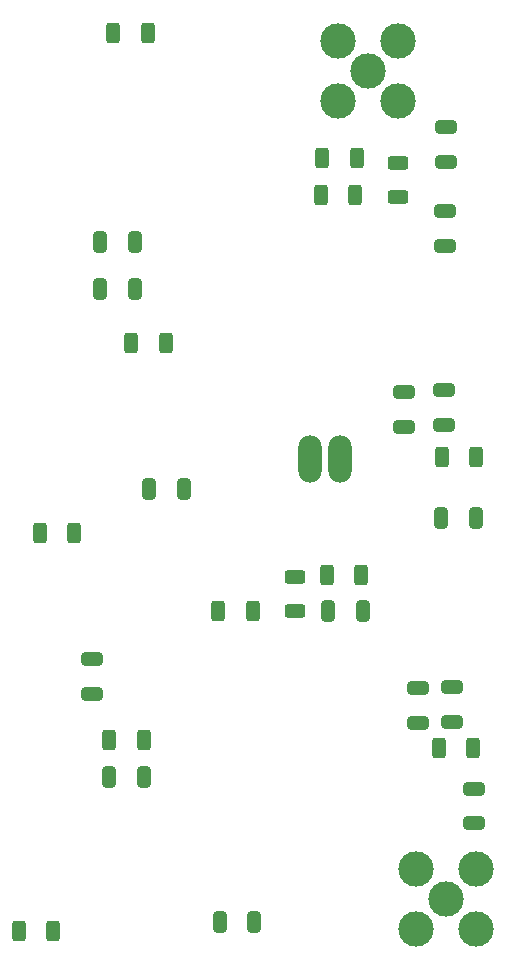
<source format=gbr>
%TF.GenerationSoftware,KiCad,Pcbnew,(6.0.7)*%
%TF.CreationDate,2023-01-23T16:12:41-05:00*%
%TF.ProjectId,Phoenix612_Stage_2_PA_Testing_v2.kicad_pro,50686f65-6e69-4783-9631-325f53746167,rev?*%
%TF.SameCoordinates,Original*%
%TF.FileFunction,Paste,Top*%
%TF.FilePolarity,Positive*%
%FSLAX46Y46*%
G04 Gerber Fmt 4.6, Leading zero omitted, Abs format (unit mm)*
G04 Created by KiCad (PCBNEW (6.0.7)) date 2023-01-23 16:12:41*
%MOMM*%
%LPD*%
G01*
G04 APERTURE LIST*
G04 Aperture macros list*
%AMRoundRect*
0 Rectangle with rounded corners*
0 $1 Rounding radius*
0 $2 $3 $4 $5 $6 $7 $8 $9 X,Y pos of 4 corners*
0 Add a 4 corners polygon primitive as box body*
4,1,4,$2,$3,$4,$5,$6,$7,$8,$9,$2,$3,0*
0 Add four circle primitives for the rounded corners*
1,1,$1+$1,$2,$3*
1,1,$1+$1,$4,$5*
1,1,$1+$1,$6,$7*
1,1,$1+$1,$8,$9*
0 Add four rect primitives between the rounded corners*
20,1,$1+$1,$2,$3,$4,$5,0*
20,1,$1+$1,$4,$5,$6,$7,0*
20,1,$1+$1,$6,$7,$8,$9,0*
20,1,$1+$1,$8,$9,$2,$3,0*%
G04 Aperture macros list end*
%ADD10RoundRect,0.250000X-0.312500X-0.625000X0.312500X-0.625000X0.312500X0.625000X-0.312500X0.625000X0*%
%ADD11RoundRect,0.250000X0.625000X-0.312500X0.625000X0.312500X-0.625000X0.312500X-0.625000X-0.312500X0*%
%ADD12RoundRect,0.250000X0.312500X0.625000X-0.312500X0.625000X-0.312500X-0.625000X0.312500X-0.625000X0*%
%ADD13O,2.000000X4.000000*%
%ADD14C,3.000000*%
%ADD15RoundRect,0.250000X-0.325000X-0.650000X0.325000X-0.650000X0.325000X0.650000X-0.325000X0.650000X0*%
%ADD16RoundRect,0.250000X-0.650000X0.325000X-0.650000X-0.325000X0.650000X-0.325000X0.650000X0.325000X0*%
%ADD17RoundRect,0.250000X0.650000X-0.325000X0.650000X0.325000X-0.650000X0.325000X-0.650000X-0.325000X0*%
%ADD18RoundRect,0.250000X0.325000X0.650000X-0.325000X0.650000X-0.325000X-0.650000X0.325000X-0.650000X0*%
G04 APERTURE END LIST*
D10*
%TO.C,R6*%
X82728849Y-64833500D03*
X85653849Y-64833500D03*
%TD*%
%TO.C,R13*%
X100445349Y-75438000D03*
X103370349Y-75438000D03*
%TD*%
D11*
%TO.C,R12*%
X106860849Y-78740000D03*
X106860849Y-75815000D03*
%TD*%
D10*
%TO.C,R11*%
X100318349Y-78549500D03*
X103243349Y-78549500D03*
%TD*%
D12*
%TO.C,R8*%
X103751349Y-110744000D03*
X100826349Y-110744000D03*
%TD*%
D11*
%TO.C,R7*%
X98161349Y-113794000D03*
X98161349Y-110869000D03*
%TD*%
D10*
%TO.C,R5*%
X91618849Y-113792000D03*
X94543849Y-113792000D03*
%TD*%
%TO.C,R4*%
X84250849Y-91059000D03*
X87175849Y-91059000D03*
%TD*%
%TO.C,R10*%
X76505849Y-107188000D03*
X79430849Y-107188000D03*
%TD*%
%TO.C,R1*%
X82411349Y-124714000D03*
X85336349Y-124714000D03*
%TD*%
%TO.C,R9*%
X110541849Y-100774500D03*
X113466849Y-100774500D03*
%TD*%
%TO.C,R3*%
X74727849Y-140843000D03*
X77652849Y-140843000D03*
%TD*%
%TO.C,R2*%
X110287849Y-125412500D03*
X113212849Y-125412500D03*
%TD*%
D13*
%TO.C,J4*%
X99362849Y-100901500D03*
X101902849Y-100901500D03*
%TD*%
D14*
%TO.C,J9*%
X104320849Y-68072000D03*
X101780849Y-70612000D03*
X106860849Y-70612000D03*
X106860849Y-65532000D03*
X101780849Y-65532000D03*
%TD*%
%TO.C,J1*%
X110924849Y-138176000D03*
X108384849Y-140716000D03*
X113464849Y-140716000D03*
X113464849Y-135636000D03*
X108384849Y-135636000D03*
%TD*%
D15*
%TO.C,C14*%
X85764349Y-103441500D03*
X88714349Y-103441500D03*
%TD*%
D16*
%TO.C,C17*%
X110924849Y-72805500D03*
X110924849Y-75755500D03*
%TD*%
%TO.C,C16*%
X110797849Y-79932000D03*
X110797849Y-82882000D03*
%TD*%
D17*
%TO.C,C13*%
X107368849Y-98185500D03*
X107368849Y-95235500D03*
%TD*%
%TO.C,C12*%
X110734349Y-97995000D03*
X110734349Y-95045000D03*
%TD*%
D18*
%TO.C,C9*%
X84572349Y-86487000D03*
X81622349Y-86487000D03*
%TD*%
%TO.C,C11*%
X113415849Y-105918000D03*
X110465849Y-105918000D03*
%TD*%
%TO.C,C7*%
X84586849Y-82550000D03*
X81636849Y-82550000D03*
%TD*%
D15*
%TO.C,C10*%
X100940849Y-113792000D03*
X103890849Y-113792000D03*
%TD*%
D17*
%TO.C,C5*%
X80952849Y-120791500D03*
X80952849Y-117841500D03*
%TD*%
D15*
%TO.C,C6*%
X91733349Y-140144500D03*
X94683349Y-140144500D03*
%TD*%
D17*
%TO.C,C4*%
X108511849Y-123268000D03*
X108511849Y-120318000D03*
%TD*%
D18*
%TO.C,C3*%
X85348849Y-127825500D03*
X82398849Y-127825500D03*
%TD*%
D17*
%TO.C,C2*%
X111432849Y-123204500D03*
X111432849Y-120254500D03*
%TD*%
%TO.C,C1*%
X113274349Y-131762500D03*
X113274349Y-128812500D03*
%TD*%
M02*

</source>
